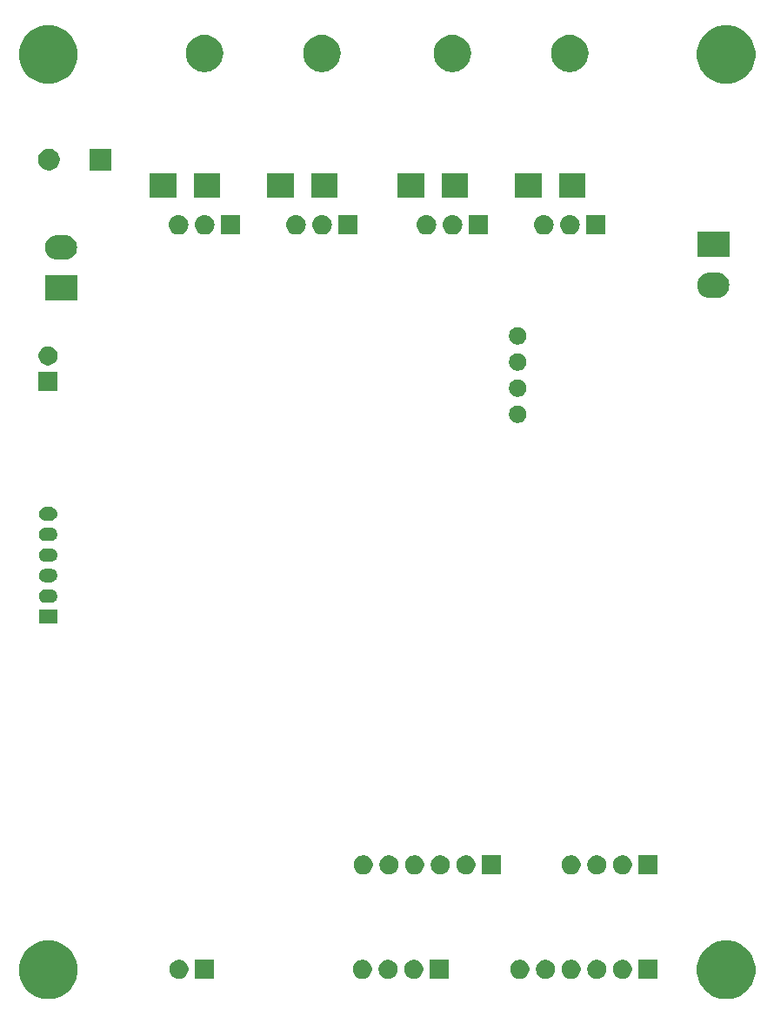
<source format=gbs>
G04 #@! TF.GenerationSoftware,KiCad,Pcbnew,(5.0.2)-1*
G04 #@! TF.CreationDate,2019-03-08T18:58:42+09:00*
G04 #@! TF.ProjectId,spindleMD_v2,7370696e-646c-4654-9d44-5f76322e6b69,rev?*
G04 #@! TF.SameCoordinates,Original*
G04 #@! TF.FileFunction,Soldermask,Bot*
G04 #@! TF.FilePolarity,Negative*
%FSLAX46Y46*%
G04 Gerber Fmt 4.6, Leading zero omitted, Abs format (unit mm)*
G04 Created by KiCad (PCBNEW (5.0.2)-1) date 2019/03/08 18:58:42*
%MOMM*%
%LPD*%
G01*
G04 APERTURE LIST*
%ADD10C,0.100000*%
G04 APERTURE END LIST*
D10*
G36*
X133831606Y-141758562D02*
X134350455Y-141973476D01*
X134814259Y-142283380D01*
X134817410Y-142285486D01*
X135214514Y-142682590D01*
X135214516Y-142682593D01*
X135526524Y-143149545D01*
X135741438Y-143668394D01*
X135851000Y-144219201D01*
X135851000Y-144780799D01*
X135741438Y-145331606D01*
X135526524Y-145850455D01*
X135216620Y-146314259D01*
X135214514Y-146317410D01*
X134817410Y-146714514D01*
X134817407Y-146714516D01*
X134350455Y-147026524D01*
X133831606Y-147241438D01*
X133556202Y-147296219D01*
X133280800Y-147351000D01*
X132719200Y-147351000D01*
X132443798Y-147296219D01*
X132168394Y-147241438D01*
X131649545Y-147026524D01*
X131182593Y-146714516D01*
X131182590Y-146714514D01*
X130785486Y-146317410D01*
X130783380Y-146314259D01*
X130473476Y-145850455D01*
X130258562Y-145331606D01*
X130149000Y-144780799D01*
X130149000Y-144219201D01*
X130258562Y-143668394D01*
X130473476Y-143149545D01*
X130785484Y-142682593D01*
X130785486Y-142682590D01*
X131182590Y-142285486D01*
X131185741Y-142283380D01*
X131649545Y-141973476D01*
X132168394Y-141758562D01*
X132719200Y-141649000D01*
X133280800Y-141649000D01*
X133831606Y-141758562D01*
X133831606Y-141758562D01*
G37*
G36*
X67831606Y-141758562D02*
X68350455Y-141973476D01*
X68814259Y-142283380D01*
X68817410Y-142285486D01*
X69214514Y-142682590D01*
X69214516Y-142682593D01*
X69526524Y-143149545D01*
X69741438Y-143668394D01*
X69851000Y-144219201D01*
X69851000Y-144780799D01*
X69741438Y-145331606D01*
X69526524Y-145850455D01*
X69216620Y-146314259D01*
X69214514Y-146317410D01*
X68817410Y-146714514D01*
X68817407Y-146714516D01*
X68350455Y-147026524D01*
X67831606Y-147241438D01*
X67556202Y-147296219D01*
X67280800Y-147351000D01*
X66719200Y-147351000D01*
X66443798Y-147296219D01*
X66168394Y-147241438D01*
X65649545Y-147026524D01*
X65182593Y-146714516D01*
X65182590Y-146714514D01*
X64785486Y-146317410D01*
X64783380Y-146314259D01*
X64473476Y-145850455D01*
X64258562Y-145331606D01*
X64149000Y-144780799D01*
X64149000Y-144219201D01*
X64258562Y-143668394D01*
X64473476Y-143149545D01*
X64785484Y-142682593D01*
X64785486Y-142682590D01*
X65182590Y-142285486D01*
X65185741Y-142283380D01*
X65649545Y-141973476D01*
X66168394Y-141758562D01*
X66719200Y-141649000D01*
X67280800Y-141649000D01*
X67831606Y-141758562D01*
X67831606Y-141758562D01*
G37*
G36*
X123170104Y-143559585D02*
X123338626Y-143629389D01*
X123490291Y-143730728D01*
X123619272Y-143859709D01*
X123720611Y-144011374D01*
X123790415Y-144179896D01*
X123826000Y-144358797D01*
X123826000Y-144541203D01*
X123790415Y-144720104D01*
X123720611Y-144888626D01*
X123619272Y-145040291D01*
X123490291Y-145169272D01*
X123338626Y-145270611D01*
X123170104Y-145340415D01*
X122991203Y-145376000D01*
X122808797Y-145376000D01*
X122629896Y-145340415D01*
X122461374Y-145270611D01*
X122309709Y-145169272D01*
X122180728Y-145040291D01*
X122079389Y-144888626D01*
X122009585Y-144720104D01*
X121974000Y-144541203D01*
X121974000Y-144358797D01*
X122009585Y-144179896D01*
X122079389Y-144011374D01*
X122180728Y-143859709D01*
X122309709Y-143730728D01*
X122461374Y-143629389D01*
X122629896Y-143559585D01*
X122808797Y-143524000D01*
X122991203Y-143524000D01*
X123170104Y-143559585D01*
X123170104Y-143559585D01*
G37*
G36*
X120670104Y-143559585D02*
X120838626Y-143629389D01*
X120990291Y-143730728D01*
X121119272Y-143859709D01*
X121220611Y-144011374D01*
X121290415Y-144179896D01*
X121326000Y-144358797D01*
X121326000Y-144541203D01*
X121290415Y-144720104D01*
X121220611Y-144888626D01*
X121119272Y-145040291D01*
X120990291Y-145169272D01*
X120838626Y-145270611D01*
X120670104Y-145340415D01*
X120491203Y-145376000D01*
X120308797Y-145376000D01*
X120129896Y-145340415D01*
X119961374Y-145270611D01*
X119809709Y-145169272D01*
X119680728Y-145040291D01*
X119579389Y-144888626D01*
X119509585Y-144720104D01*
X119474000Y-144541203D01*
X119474000Y-144358797D01*
X119509585Y-144179896D01*
X119579389Y-144011374D01*
X119680728Y-143859709D01*
X119809709Y-143730728D01*
X119961374Y-143629389D01*
X120129896Y-143559585D01*
X120308797Y-143524000D01*
X120491203Y-143524000D01*
X120670104Y-143559585D01*
X120670104Y-143559585D01*
G37*
G36*
X113170104Y-143559585D02*
X113338626Y-143629389D01*
X113490291Y-143730728D01*
X113619272Y-143859709D01*
X113720611Y-144011374D01*
X113790415Y-144179896D01*
X113826000Y-144358797D01*
X113826000Y-144541203D01*
X113790415Y-144720104D01*
X113720611Y-144888626D01*
X113619272Y-145040291D01*
X113490291Y-145169272D01*
X113338626Y-145270611D01*
X113170104Y-145340415D01*
X112991203Y-145376000D01*
X112808797Y-145376000D01*
X112629896Y-145340415D01*
X112461374Y-145270611D01*
X112309709Y-145169272D01*
X112180728Y-145040291D01*
X112079389Y-144888626D01*
X112009585Y-144720104D01*
X111974000Y-144541203D01*
X111974000Y-144358797D01*
X112009585Y-144179896D01*
X112079389Y-144011374D01*
X112180728Y-143859709D01*
X112309709Y-143730728D01*
X112461374Y-143629389D01*
X112629896Y-143559585D01*
X112808797Y-143524000D01*
X112991203Y-143524000D01*
X113170104Y-143559585D01*
X113170104Y-143559585D01*
G37*
G36*
X115670104Y-143559585D02*
X115838626Y-143629389D01*
X115990291Y-143730728D01*
X116119272Y-143859709D01*
X116220611Y-144011374D01*
X116290415Y-144179896D01*
X116326000Y-144358797D01*
X116326000Y-144541203D01*
X116290415Y-144720104D01*
X116220611Y-144888626D01*
X116119272Y-145040291D01*
X115990291Y-145169272D01*
X115838626Y-145270611D01*
X115670104Y-145340415D01*
X115491203Y-145376000D01*
X115308797Y-145376000D01*
X115129896Y-145340415D01*
X114961374Y-145270611D01*
X114809709Y-145169272D01*
X114680728Y-145040291D01*
X114579389Y-144888626D01*
X114509585Y-144720104D01*
X114474000Y-144541203D01*
X114474000Y-144358797D01*
X114509585Y-144179896D01*
X114579389Y-144011374D01*
X114680728Y-143859709D01*
X114809709Y-143730728D01*
X114961374Y-143629389D01*
X115129896Y-143559585D01*
X115308797Y-143524000D01*
X115491203Y-143524000D01*
X115670104Y-143559585D01*
X115670104Y-143559585D01*
G37*
G36*
X118170104Y-143559585D02*
X118338626Y-143629389D01*
X118490291Y-143730728D01*
X118619272Y-143859709D01*
X118720611Y-144011374D01*
X118790415Y-144179896D01*
X118826000Y-144358797D01*
X118826000Y-144541203D01*
X118790415Y-144720104D01*
X118720611Y-144888626D01*
X118619272Y-145040291D01*
X118490291Y-145169272D01*
X118338626Y-145270611D01*
X118170104Y-145340415D01*
X117991203Y-145376000D01*
X117808797Y-145376000D01*
X117629896Y-145340415D01*
X117461374Y-145270611D01*
X117309709Y-145169272D01*
X117180728Y-145040291D01*
X117079389Y-144888626D01*
X117009585Y-144720104D01*
X116974000Y-144541203D01*
X116974000Y-144358797D01*
X117009585Y-144179896D01*
X117079389Y-144011374D01*
X117180728Y-143859709D01*
X117309709Y-143730728D01*
X117461374Y-143629389D01*
X117629896Y-143559585D01*
X117808797Y-143524000D01*
X117991203Y-143524000D01*
X118170104Y-143559585D01*
X118170104Y-143559585D01*
G37*
G36*
X106006000Y-145376000D02*
X104154000Y-145376000D01*
X104154000Y-143524000D01*
X106006000Y-143524000D01*
X106006000Y-145376000D01*
X106006000Y-145376000D01*
G37*
G36*
X102850104Y-143559585D02*
X103018626Y-143629389D01*
X103170291Y-143730728D01*
X103299272Y-143859709D01*
X103400611Y-144011374D01*
X103470415Y-144179896D01*
X103506000Y-144358797D01*
X103506000Y-144541203D01*
X103470415Y-144720104D01*
X103400611Y-144888626D01*
X103299272Y-145040291D01*
X103170291Y-145169272D01*
X103018626Y-145270611D01*
X102850104Y-145340415D01*
X102671203Y-145376000D01*
X102488797Y-145376000D01*
X102309896Y-145340415D01*
X102141374Y-145270611D01*
X101989709Y-145169272D01*
X101860728Y-145040291D01*
X101759389Y-144888626D01*
X101689585Y-144720104D01*
X101654000Y-144541203D01*
X101654000Y-144358797D01*
X101689585Y-144179896D01*
X101759389Y-144011374D01*
X101860728Y-143859709D01*
X101989709Y-143730728D01*
X102141374Y-143629389D01*
X102309896Y-143559585D01*
X102488797Y-143524000D01*
X102671203Y-143524000D01*
X102850104Y-143559585D01*
X102850104Y-143559585D01*
G37*
G36*
X100350104Y-143559585D02*
X100518626Y-143629389D01*
X100670291Y-143730728D01*
X100799272Y-143859709D01*
X100900611Y-144011374D01*
X100970415Y-144179896D01*
X101006000Y-144358797D01*
X101006000Y-144541203D01*
X100970415Y-144720104D01*
X100900611Y-144888626D01*
X100799272Y-145040291D01*
X100670291Y-145169272D01*
X100518626Y-145270611D01*
X100350104Y-145340415D01*
X100171203Y-145376000D01*
X99988797Y-145376000D01*
X99809896Y-145340415D01*
X99641374Y-145270611D01*
X99489709Y-145169272D01*
X99360728Y-145040291D01*
X99259389Y-144888626D01*
X99189585Y-144720104D01*
X99154000Y-144541203D01*
X99154000Y-144358797D01*
X99189585Y-144179896D01*
X99259389Y-144011374D01*
X99360728Y-143859709D01*
X99489709Y-143730728D01*
X99641374Y-143629389D01*
X99809896Y-143559585D01*
X99988797Y-143524000D01*
X100171203Y-143524000D01*
X100350104Y-143559585D01*
X100350104Y-143559585D01*
G37*
G36*
X97850104Y-143559585D02*
X98018626Y-143629389D01*
X98170291Y-143730728D01*
X98299272Y-143859709D01*
X98400611Y-144011374D01*
X98470415Y-144179896D01*
X98506000Y-144358797D01*
X98506000Y-144541203D01*
X98470415Y-144720104D01*
X98400611Y-144888626D01*
X98299272Y-145040291D01*
X98170291Y-145169272D01*
X98018626Y-145270611D01*
X97850104Y-145340415D01*
X97671203Y-145376000D01*
X97488797Y-145376000D01*
X97309896Y-145340415D01*
X97141374Y-145270611D01*
X96989709Y-145169272D01*
X96860728Y-145040291D01*
X96759389Y-144888626D01*
X96689585Y-144720104D01*
X96654000Y-144541203D01*
X96654000Y-144358797D01*
X96689585Y-144179896D01*
X96759389Y-144011374D01*
X96860728Y-143859709D01*
X96989709Y-143730728D01*
X97141374Y-143629389D01*
X97309896Y-143559585D01*
X97488797Y-143524000D01*
X97671203Y-143524000D01*
X97850104Y-143559585D01*
X97850104Y-143559585D01*
G37*
G36*
X79990104Y-143559585D02*
X80158626Y-143629389D01*
X80310291Y-143730728D01*
X80439272Y-143859709D01*
X80540611Y-144011374D01*
X80610415Y-144179896D01*
X80646000Y-144358797D01*
X80646000Y-144541203D01*
X80610415Y-144720104D01*
X80540611Y-144888626D01*
X80439272Y-145040291D01*
X80310291Y-145169272D01*
X80158626Y-145270611D01*
X79990104Y-145340415D01*
X79811203Y-145376000D01*
X79628797Y-145376000D01*
X79449896Y-145340415D01*
X79281374Y-145270611D01*
X79129709Y-145169272D01*
X79000728Y-145040291D01*
X78899389Y-144888626D01*
X78829585Y-144720104D01*
X78794000Y-144541203D01*
X78794000Y-144358797D01*
X78829585Y-144179896D01*
X78899389Y-144011374D01*
X79000728Y-143859709D01*
X79129709Y-143730728D01*
X79281374Y-143629389D01*
X79449896Y-143559585D01*
X79628797Y-143524000D01*
X79811203Y-143524000D01*
X79990104Y-143559585D01*
X79990104Y-143559585D01*
G37*
G36*
X83146000Y-145376000D02*
X81294000Y-145376000D01*
X81294000Y-143524000D01*
X83146000Y-143524000D01*
X83146000Y-145376000D01*
X83146000Y-145376000D01*
G37*
G36*
X126326000Y-145376000D02*
X124474000Y-145376000D01*
X124474000Y-143524000D01*
X126326000Y-143524000D01*
X126326000Y-145376000D01*
X126326000Y-145376000D01*
G37*
G36*
X118170104Y-133399585D02*
X118338626Y-133469389D01*
X118490291Y-133570728D01*
X118619272Y-133699709D01*
X118720611Y-133851374D01*
X118790415Y-134019896D01*
X118826000Y-134198797D01*
X118826000Y-134381203D01*
X118790415Y-134560104D01*
X118720611Y-134728626D01*
X118619272Y-134880291D01*
X118490291Y-135009272D01*
X118338626Y-135110611D01*
X118170104Y-135180415D01*
X117991203Y-135216000D01*
X117808797Y-135216000D01*
X117629896Y-135180415D01*
X117461374Y-135110611D01*
X117309709Y-135009272D01*
X117180728Y-134880291D01*
X117079389Y-134728626D01*
X117009585Y-134560104D01*
X116974000Y-134381203D01*
X116974000Y-134198797D01*
X117009585Y-134019896D01*
X117079389Y-133851374D01*
X117180728Y-133699709D01*
X117309709Y-133570728D01*
X117461374Y-133469389D01*
X117629896Y-133399585D01*
X117808797Y-133364000D01*
X117991203Y-133364000D01*
X118170104Y-133399585D01*
X118170104Y-133399585D01*
G37*
G36*
X97930104Y-133399585D02*
X98098626Y-133469389D01*
X98250291Y-133570728D01*
X98379272Y-133699709D01*
X98480611Y-133851374D01*
X98550415Y-134019896D01*
X98586000Y-134198797D01*
X98586000Y-134381203D01*
X98550415Y-134560104D01*
X98480611Y-134728626D01*
X98379272Y-134880291D01*
X98250291Y-135009272D01*
X98098626Y-135110611D01*
X97930104Y-135180415D01*
X97751203Y-135216000D01*
X97568797Y-135216000D01*
X97389896Y-135180415D01*
X97221374Y-135110611D01*
X97069709Y-135009272D01*
X96940728Y-134880291D01*
X96839389Y-134728626D01*
X96769585Y-134560104D01*
X96734000Y-134381203D01*
X96734000Y-134198797D01*
X96769585Y-134019896D01*
X96839389Y-133851374D01*
X96940728Y-133699709D01*
X97069709Y-133570728D01*
X97221374Y-133469389D01*
X97389896Y-133399585D01*
X97568797Y-133364000D01*
X97751203Y-133364000D01*
X97930104Y-133399585D01*
X97930104Y-133399585D01*
G37*
G36*
X100430104Y-133399585D02*
X100598626Y-133469389D01*
X100750291Y-133570728D01*
X100879272Y-133699709D01*
X100980611Y-133851374D01*
X101050415Y-134019896D01*
X101086000Y-134198797D01*
X101086000Y-134381203D01*
X101050415Y-134560104D01*
X100980611Y-134728626D01*
X100879272Y-134880291D01*
X100750291Y-135009272D01*
X100598626Y-135110611D01*
X100430104Y-135180415D01*
X100251203Y-135216000D01*
X100068797Y-135216000D01*
X99889896Y-135180415D01*
X99721374Y-135110611D01*
X99569709Y-135009272D01*
X99440728Y-134880291D01*
X99339389Y-134728626D01*
X99269585Y-134560104D01*
X99234000Y-134381203D01*
X99234000Y-134198797D01*
X99269585Y-134019896D01*
X99339389Y-133851374D01*
X99440728Y-133699709D01*
X99569709Y-133570728D01*
X99721374Y-133469389D01*
X99889896Y-133399585D01*
X100068797Y-133364000D01*
X100251203Y-133364000D01*
X100430104Y-133399585D01*
X100430104Y-133399585D01*
G37*
G36*
X102930104Y-133399585D02*
X103098626Y-133469389D01*
X103250291Y-133570728D01*
X103379272Y-133699709D01*
X103480611Y-133851374D01*
X103550415Y-134019896D01*
X103586000Y-134198797D01*
X103586000Y-134381203D01*
X103550415Y-134560104D01*
X103480611Y-134728626D01*
X103379272Y-134880291D01*
X103250291Y-135009272D01*
X103098626Y-135110611D01*
X102930104Y-135180415D01*
X102751203Y-135216000D01*
X102568797Y-135216000D01*
X102389896Y-135180415D01*
X102221374Y-135110611D01*
X102069709Y-135009272D01*
X101940728Y-134880291D01*
X101839389Y-134728626D01*
X101769585Y-134560104D01*
X101734000Y-134381203D01*
X101734000Y-134198797D01*
X101769585Y-134019896D01*
X101839389Y-133851374D01*
X101940728Y-133699709D01*
X102069709Y-133570728D01*
X102221374Y-133469389D01*
X102389896Y-133399585D01*
X102568797Y-133364000D01*
X102751203Y-133364000D01*
X102930104Y-133399585D01*
X102930104Y-133399585D01*
G37*
G36*
X107930104Y-133399585D02*
X108098626Y-133469389D01*
X108250291Y-133570728D01*
X108379272Y-133699709D01*
X108480611Y-133851374D01*
X108550415Y-134019896D01*
X108586000Y-134198797D01*
X108586000Y-134381203D01*
X108550415Y-134560104D01*
X108480611Y-134728626D01*
X108379272Y-134880291D01*
X108250291Y-135009272D01*
X108098626Y-135110611D01*
X107930104Y-135180415D01*
X107751203Y-135216000D01*
X107568797Y-135216000D01*
X107389896Y-135180415D01*
X107221374Y-135110611D01*
X107069709Y-135009272D01*
X106940728Y-134880291D01*
X106839389Y-134728626D01*
X106769585Y-134560104D01*
X106734000Y-134381203D01*
X106734000Y-134198797D01*
X106769585Y-134019896D01*
X106839389Y-133851374D01*
X106940728Y-133699709D01*
X107069709Y-133570728D01*
X107221374Y-133469389D01*
X107389896Y-133399585D01*
X107568797Y-133364000D01*
X107751203Y-133364000D01*
X107930104Y-133399585D01*
X107930104Y-133399585D01*
G37*
G36*
X111086000Y-135216000D02*
X109234000Y-135216000D01*
X109234000Y-133364000D01*
X111086000Y-133364000D01*
X111086000Y-135216000D01*
X111086000Y-135216000D01*
G37*
G36*
X120670104Y-133399585D02*
X120838626Y-133469389D01*
X120990291Y-133570728D01*
X121119272Y-133699709D01*
X121220611Y-133851374D01*
X121290415Y-134019896D01*
X121326000Y-134198797D01*
X121326000Y-134381203D01*
X121290415Y-134560104D01*
X121220611Y-134728626D01*
X121119272Y-134880291D01*
X120990291Y-135009272D01*
X120838626Y-135110611D01*
X120670104Y-135180415D01*
X120491203Y-135216000D01*
X120308797Y-135216000D01*
X120129896Y-135180415D01*
X119961374Y-135110611D01*
X119809709Y-135009272D01*
X119680728Y-134880291D01*
X119579389Y-134728626D01*
X119509585Y-134560104D01*
X119474000Y-134381203D01*
X119474000Y-134198797D01*
X119509585Y-134019896D01*
X119579389Y-133851374D01*
X119680728Y-133699709D01*
X119809709Y-133570728D01*
X119961374Y-133469389D01*
X120129896Y-133399585D01*
X120308797Y-133364000D01*
X120491203Y-133364000D01*
X120670104Y-133399585D01*
X120670104Y-133399585D01*
G37*
G36*
X123170104Y-133399585D02*
X123338626Y-133469389D01*
X123490291Y-133570728D01*
X123619272Y-133699709D01*
X123720611Y-133851374D01*
X123790415Y-134019896D01*
X123826000Y-134198797D01*
X123826000Y-134381203D01*
X123790415Y-134560104D01*
X123720611Y-134728626D01*
X123619272Y-134880291D01*
X123490291Y-135009272D01*
X123338626Y-135110611D01*
X123170104Y-135180415D01*
X122991203Y-135216000D01*
X122808797Y-135216000D01*
X122629896Y-135180415D01*
X122461374Y-135110611D01*
X122309709Y-135009272D01*
X122180728Y-134880291D01*
X122079389Y-134728626D01*
X122009585Y-134560104D01*
X121974000Y-134381203D01*
X121974000Y-134198797D01*
X122009585Y-134019896D01*
X122079389Y-133851374D01*
X122180728Y-133699709D01*
X122309709Y-133570728D01*
X122461374Y-133469389D01*
X122629896Y-133399585D01*
X122808797Y-133364000D01*
X122991203Y-133364000D01*
X123170104Y-133399585D01*
X123170104Y-133399585D01*
G37*
G36*
X126326000Y-135216000D02*
X124474000Y-135216000D01*
X124474000Y-133364000D01*
X126326000Y-133364000D01*
X126326000Y-135216000D01*
X126326000Y-135216000D01*
G37*
G36*
X105430104Y-133399585D02*
X105598626Y-133469389D01*
X105750291Y-133570728D01*
X105879272Y-133699709D01*
X105980611Y-133851374D01*
X106050415Y-134019896D01*
X106086000Y-134198797D01*
X106086000Y-134381203D01*
X106050415Y-134560104D01*
X105980611Y-134728626D01*
X105879272Y-134880291D01*
X105750291Y-135009272D01*
X105598626Y-135110611D01*
X105430104Y-135180415D01*
X105251203Y-135216000D01*
X105068797Y-135216000D01*
X104889896Y-135180415D01*
X104721374Y-135110611D01*
X104569709Y-135009272D01*
X104440728Y-134880291D01*
X104339389Y-134728626D01*
X104269585Y-134560104D01*
X104234000Y-134381203D01*
X104234000Y-134198797D01*
X104269585Y-134019896D01*
X104339389Y-133851374D01*
X104440728Y-133699709D01*
X104569709Y-133570728D01*
X104721374Y-133469389D01*
X104889896Y-133399585D01*
X105068797Y-133364000D01*
X105251203Y-133364000D01*
X105430104Y-133399585D01*
X105430104Y-133399585D01*
G37*
G36*
X67881000Y-110811000D02*
X66079000Y-110811000D01*
X66079000Y-109509000D01*
X67881000Y-109509000D01*
X67881000Y-110811000D01*
X67881000Y-110811000D01*
G37*
G36*
X67293855Y-107512140D02*
X67357618Y-107518420D01*
X67439427Y-107543237D01*
X67480333Y-107555645D01*
X67580491Y-107609181D01*
X67593426Y-107616095D01*
X67692553Y-107697447D01*
X67773905Y-107796574D01*
X67773906Y-107796576D01*
X67834355Y-107909667D01*
X67834355Y-107909668D01*
X67871580Y-108032382D01*
X67884149Y-108160000D01*
X67871580Y-108287618D01*
X67846763Y-108369427D01*
X67834355Y-108410333D01*
X67780819Y-108510491D01*
X67773905Y-108523426D01*
X67692553Y-108622553D01*
X67593426Y-108703905D01*
X67593424Y-108703906D01*
X67480333Y-108764355D01*
X67439427Y-108776763D01*
X67357618Y-108801580D01*
X67293855Y-108807860D01*
X67261974Y-108811000D01*
X66698026Y-108811000D01*
X66666145Y-108807860D01*
X66602382Y-108801580D01*
X66520573Y-108776763D01*
X66479667Y-108764355D01*
X66366576Y-108703906D01*
X66366574Y-108703905D01*
X66267447Y-108622553D01*
X66186095Y-108523426D01*
X66179181Y-108510491D01*
X66125645Y-108410333D01*
X66113237Y-108369427D01*
X66088420Y-108287618D01*
X66075851Y-108160000D01*
X66088420Y-108032382D01*
X66125645Y-107909668D01*
X66125645Y-107909667D01*
X66186094Y-107796576D01*
X66186095Y-107796574D01*
X66267447Y-107697447D01*
X66366574Y-107616095D01*
X66379509Y-107609181D01*
X66479667Y-107555645D01*
X66520573Y-107543237D01*
X66602382Y-107518420D01*
X66666145Y-107512140D01*
X66698026Y-107509000D01*
X67261974Y-107509000D01*
X67293855Y-107512140D01*
X67293855Y-107512140D01*
G37*
G36*
X67293855Y-105512140D02*
X67357618Y-105518420D01*
X67439427Y-105543237D01*
X67480333Y-105555645D01*
X67580491Y-105609181D01*
X67593426Y-105616095D01*
X67692553Y-105697447D01*
X67773905Y-105796574D01*
X67773906Y-105796576D01*
X67834355Y-105909667D01*
X67834355Y-105909668D01*
X67871580Y-106032382D01*
X67884149Y-106160000D01*
X67871580Y-106287618D01*
X67846763Y-106369427D01*
X67834355Y-106410333D01*
X67780819Y-106510491D01*
X67773905Y-106523426D01*
X67692553Y-106622553D01*
X67593426Y-106703905D01*
X67593424Y-106703906D01*
X67480333Y-106764355D01*
X67439427Y-106776763D01*
X67357618Y-106801580D01*
X67293855Y-106807860D01*
X67261974Y-106811000D01*
X66698026Y-106811000D01*
X66666145Y-106807860D01*
X66602382Y-106801580D01*
X66520573Y-106776763D01*
X66479667Y-106764355D01*
X66366576Y-106703906D01*
X66366574Y-106703905D01*
X66267447Y-106622553D01*
X66186095Y-106523426D01*
X66179181Y-106510491D01*
X66125645Y-106410333D01*
X66113237Y-106369427D01*
X66088420Y-106287618D01*
X66075851Y-106160000D01*
X66088420Y-106032382D01*
X66125645Y-105909668D01*
X66125645Y-105909667D01*
X66186094Y-105796576D01*
X66186095Y-105796574D01*
X66267447Y-105697447D01*
X66366574Y-105616095D01*
X66379509Y-105609181D01*
X66479667Y-105555645D01*
X66520573Y-105543237D01*
X66602382Y-105518420D01*
X66666145Y-105512140D01*
X66698026Y-105509000D01*
X67261974Y-105509000D01*
X67293855Y-105512140D01*
X67293855Y-105512140D01*
G37*
G36*
X67293855Y-103512140D02*
X67357618Y-103518420D01*
X67439427Y-103543237D01*
X67480333Y-103555645D01*
X67580491Y-103609181D01*
X67593426Y-103616095D01*
X67692553Y-103697447D01*
X67773905Y-103796574D01*
X67773906Y-103796576D01*
X67834355Y-103909667D01*
X67834355Y-103909668D01*
X67871580Y-104032382D01*
X67884149Y-104160000D01*
X67871580Y-104287618D01*
X67846763Y-104369427D01*
X67834355Y-104410333D01*
X67780819Y-104510491D01*
X67773905Y-104523426D01*
X67692553Y-104622553D01*
X67593426Y-104703905D01*
X67593424Y-104703906D01*
X67480333Y-104764355D01*
X67439427Y-104776763D01*
X67357618Y-104801580D01*
X67293855Y-104807860D01*
X67261974Y-104811000D01*
X66698026Y-104811000D01*
X66666145Y-104807860D01*
X66602382Y-104801580D01*
X66520573Y-104776763D01*
X66479667Y-104764355D01*
X66366576Y-104703906D01*
X66366574Y-104703905D01*
X66267447Y-104622553D01*
X66186095Y-104523426D01*
X66179181Y-104510491D01*
X66125645Y-104410333D01*
X66113237Y-104369427D01*
X66088420Y-104287618D01*
X66075851Y-104160000D01*
X66088420Y-104032382D01*
X66125645Y-103909668D01*
X66125645Y-103909667D01*
X66186094Y-103796576D01*
X66186095Y-103796574D01*
X66267447Y-103697447D01*
X66366574Y-103616095D01*
X66379509Y-103609181D01*
X66479667Y-103555645D01*
X66520573Y-103543237D01*
X66602382Y-103518420D01*
X66666145Y-103512140D01*
X66698026Y-103509000D01*
X67261974Y-103509000D01*
X67293855Y-103512140D01*
X67293855Y-103512140D01*
G37*
G36*
X67293855Y-101512140D02*
X67357618Y-101518420D01*
X67439427Y-101543237D01*
X67480333Y-101555645D01*
X67580491Y-101609181D01*
X67593426Y-101616095D01*
X67692553Y-101697447D01*
X67773905Y-101796574D01*
X67773906Y-101796576D01*
X67834355Y-101909667D01*
X67834355Y-101909668D01*
X67871580Y-102032382D01*
X67884149Y-102160000D01*
X67871580Y-102287618D01*
X67846763Y-102369427D01*
X67834355Y-102410333D01*
X67780819Y-102510491D01*
X67773905Y-102523426D01*
X67692553Y-102622553D01*
X67593426Y-102703905D01*
X67593424Y-102703906D01*
X67480333Y-102764355D01*
X67439427Y-102776763D01*
X67357618Y-102801580D01*
X67293855Y-102807860D01*
X67261974Y-102811000D01*
X66698026Y-102811000D01*
X66666145Y-102807860D01*
X66602382Y-102801580D01*
X66520573Y-102776763D01*
X66479667Y-102764355D01*
X66366576Y-102703906D01*
X66366574Y-102703905D01*
X66267447Y-102622553D01*
X66186095Y-102523426D01*
X66179181Y-102510491D01*
X66125645Y-102410333D01*
X66113237Y-102369427D01*
X66088420Y-102287618D01*
X66075851Y-102160000D01*
X66088420Y-102032382D01*
X66125645Y-101909668D01*
X66125645Y-101909667D01*
X66186094Y-101796576D01*
X66186095Y-101796574D01*
X66267447Y-101697447D01*
X66366574Y-101616095D01*
X66379509Y-101609181D01*
X66479667Y-101555645D01*
X66520573Y-101543237D01*
X66602382Y-101518420D01*
X66666145Y-101512140D01*
X66698026Y-101509000D01*
X67261974Y-101509000D01*
X67293855Y-101512140D01*
X67293855Y-101512140D01*
G37*
G36*
X67293855Y-99512140D02*
X67357618Y-99518420D01*
X67439427Y-99543237D01*
X67480333Y-99555645D01*
X67580491Y-99609181D01*
X67593426Y-99616095D01*
X67692553Y-99697447D01*
X67773905Y-99796574D01*
X67773906Y-99796576D01*
X67834355Y-99909667D01*
X67834355Y-99909668D01*
X67871580Y-100032382D01*
X67884149Y-100160000D01*
X67871580Y-100287618D01*
X67846763Y-100369427D01*
X67834355Y-100410333D01*
X67780819Y-100510491D01*
X67773905Y-100523426D01*
X67692553Y-100622553D01*
X67593426Y-100703905D01*
X67593424Y-100703906D01*
X67480333Y-100764355D01*
X67439427Y-100776763D01*
X67357618Y-100801580D01*
X67293855Y-100807860D01*
X67261974Y-100811000D01*
X66698026Y-100811000D01*
X66666145Y-100807860D01*
X66602382Y-100801580D01*
X66520573Y-100776763D01*
X66479667Y-100764355D01*
X66366576Y-100703906D01*
X66366574Y-100703905D01*
X66267447Y-100622553D01*
X66186095Y-100523426D01*
X66179181Y-100510491D01*
X66125645Y-100410333D01*
X66113237Y-100369427D01*
X66088420Y-100287618D01*
X66075851Y-100160000D01*
X66088420Y-100032382D01*
X66125645Y-99909668D01*
X66125645Y-99909667D01*
X66186094Y-99796576D01*
X66186095Y-99796574D01*
X66267447Y-99697447D01*
X66366574Y-99616095D01*
X66379509Y-99609181D01*
X66479667Y-99555645D01*
X66520573Y-99543237D01*
X66602382Y-99518420D01*
X66666145Y-99512140D01*
X66698026Y-99509000D01*
X67261974Y-99509000D01*
X67293855Y-99512140D01*
X67293855Y-99512140D01*
G37*
G36*
X112948228Y-89656703D02*
X113103100Y-89720853D01*
X113242481Y-89813985D01*
X113361015Y-89932519D01*
X113454147Y-90071900D01*
X113518297Y-90226772D01*
X113551000Y-90391184D01*
X113551000Y-90558816D01*
X113518297Y-90723228D01*
X113454147Y-90878100D01*
X113361015Y-91017481D01*
X113242481Y-91136015D01*
X113103100Y-91229147D01*
X112948228Y-91293297D01*
X112783816Y-91326000D01*
X112616184Y-91326000D01*
X112451772Y-91293297D01*
X112296900Y-91229147D01*
X112157519Y-91136015D01*
X112038985Y-91017481D01*
X111945853Y-90878100D01*
X111881703Y-90723228D01*
X111849000Y-90558816D01*
X111849000Y-90391184D01*
X111881703Y-90226772D01*
X111945853Y-90071900D01*
X112038985Y-89932519D01*
X112157519Y-89813985D01*
X112296900Y-89720853D01*
X112451772Y-89656703D01*
X112616184Y-89624000D01*
X112783816Y-89624000D01*
X112948228Y-89656703D01*
X112948228Y-89656703D01*
G37*
G36*
X112948228Y-87116703D02*
X113103100Y-87180853D01*
X113242481Y-87273985D01*
X113361015Y-87392519D01*
X113454147Y-87531900D01*
X113518297Y-87686772D01*
X113551000Y-87851184D01*
X113551000Y-88018816D01*
X113518297Y-88183228D01*
X113454147Y-88338100D01*
X113361015Y-88477481D01*
X113242481Y-88596015D01*
X113103100Y-88689147D01*
X112948228Y-88753297D01*
X112783816Y-88786000D01*
X112616184Y-88786000D01*
X112451772Y-88753297D01*
X112296900Y-88689147D01*
X112157519Y-88596015D01*
X112038985Y-88477481D01*
X111945853Y-88338100D01*
X111881703Y-88183228D01*
X111849000Y-88018816D01*
X111849000Y-87851184D01*
X111881703Y-87686772D01*
X111945853Y-87531900D01*
X112038985Y-87392519D01*
X112157519Y-87273985D01*
X112296900Y-87180853D01*
X112451772Y-87116703D01*
X112616184Y-87084000D01*
X112783816Y-87084000D01*
X112948228Y-87116703D01*
X112948228Y-87116703D01*
G37*
G36*
X67906000Y-88226000D02*
X66054000Y-88226000D01*
X66054000Y-86374000D01*
X67906000Y-86374000D01*
X67906000Y-88226000D01*
X67906000Y-88226000D01*
G37*
G36*
X112948228Y-84576703D02*
X113103100Y-84640853D01*
X113242481Y-84733985D01*
X113361015Y-84852519D01*
X113454147Y-84991900D01*
X113518297Y-85146772D01*
X113551000Y-85311184D01*
X113551000Y-85478816D01*
X113518297Y-85643228D01*
X113454147Y-85798100D01*
X113361015Y-85937481D01*
X113242481Y-86056015D01*
X113103100Y-86149147D01*
X112948228Y-86213297D01*
X112783816Y-86246000D01*
X112616184Y-86246000D01*
X112451772Y-86213297D01*
X112296900Y-86149147D01*
X112157519Y-86056015D01*
X112038985Y-85937481D01*
X111945853Y-85798100D01*
X111881703Y-85643228D01*
X111849000Y-85478816D01*
X111849000Y-85311184D01*
X111881703Y-85146772D01*
X111945853Y-84991900D01*
X112038985Y-84852519D01*
X112157519Y-84733985D01*
X112296900Y-84640853D01*
X112451772Y-84576703D01*
X112616184Y-84544000D01*
X112783816Y-84544000D01*
X112948228Y-84576703D01*
X112948228Y-84576703D01*
G37*
G36*
X67250104Y-83909585D02*
X67418626Y-83979389D01*
X67570291Y-84080728D01*
X67699272Y-84209709D01*
X67800611Y-84361374D01*
X67870415Y-84529896D01*
X67906000Y-84708797D01*
X67906000Y-84891203D01*
X67870415Y-85070104D01*
X67800611Y-85238626D01*
X67699272Y-85390291D01*
X67570291Y-85519272D01*
X67418626Y-85620611D01*
X67250104Y-85690415D01*
X67071203Y-85726000D01*
X66888797Y-85726000D01*
X66709896Y-85690415D01*
X66541374Y-85620611D01*
X66389709Y-85519272D01*
X66260728Y-85390291D01*
X66159389Y-85238626D01*
X66089585Y-85070104D01*
X66054000Y-84891203D01*
X66054000Y-84708797D01*
X66089585Y-84529896D01*
X66159389Y-84361374D01*
X66260728Y-84209709D01*
X66389709Y-84080728D01*
X66541374Y-83979389D01*
X66709896Y-83909585D01*
X66888797Y-83874000D01*
X67071203Y-83874000D01*
X67250104Y-83909585D01*
X67250104Y-83909585D01*
G37*
G36*
X112948228Y-82036703D02*
X113103100Y-82100853D01*
X113242481Y-82193985D01*
X113361015Y-82312519D01*
X113454147Y-82451900D01*
X113518297Y-82606772D01*
X113551000Y-82771184D01*
X113551000Y-82938816D01*
X113518297Y-83103228D01*
X113454147Y-83258100D01*
X113361015Y-83397481D01*
X113242481Y-83516015D01*
X113103100Y-83609147D01*
X112948228Y-83673297D01*
X112783816Y-83706000D01*
X112616184Y-83706000D01*
X112451772Y-83673297D01*
X112296900Y-83609147D01*
X112157519Y-83516015D01*
X112038985Y-83397481D01*
X111945853Y-83258100D01*
X111881703Y-83103228D01*
X111849000Y-82938816D01*
X111849000Y-82771184D01*
X111881703Y-82606772D01*
X111945853Y-82451900D01*
X112038985Y-82312519D01*
X112157519Y-82193985D01*
X112296900Y-82100853D01*
X112451772Y-82036703D01*
X112616184Y-82004000D01*
X112783816Y-82004000D01*
X112948228Y-82036703D01*
X112948228Y-82036703D01*
G37*
G36*
X69801000Y-79436000D02*
X66699000Y-79436000D01*
X66699000Y-76984000D01*
X69801000Y-76984000D01*
X69801000Y-79436000D01*
X69801000Y-79436000D01*
G37*
G36*
X132315338Y-76716739D02*
X132546440Y-76786843D01*
X132759425Y-76900686D01*
X132946107Y-77053893D01*
X133099314Y-77240575D01*
X133213157Y-77453560D01*
X133283261Y-77684662D01*
X133306932Y-77925000D01*
X133283261Y-78165338D01*
X133213157Y-78396440D01*
X133099314Y-78609425D01*
X132946107Y-78796107D01*
X132759425Y-78949314D01*
X132546440Y-79063157D01*
X132315338Y-79133261D01*
X132135229Y-79151000D01*
X131364771Y-79151000D01*
X131184662Y-79133261D01*
X130953560Y-79063157D01*
X130740575Y-78949314D01*
X130553893Y-78796107D01*
X130400686Y-78609425D01*
X130286843Y-78396440D01*
X130216739Y-78165338D01*
X130193068Y-77925000D01*
X130216739Y-77684662D01*
X130286843Y-77453560D01*
X130400686Y-77240575D01*
X130553893Y-77053893D01*
X130740575Y-76900686D01*
X130953560Y-76786843D01*
X131184662Y-76716739D01*
X131364771Y-76699000D01*
X132135229Y-76699000D01*
X132315338Y-76716739D01*
X132315338Y-76716739D01*
G37*
G36*
X68815338Y-73041739D02*
X69046440Y-73111843D01*
X69259425Y-73225686D01*
X69446107Y-73378893D01*
X69599314Y-73565575D01*
X69713157Y-73778560D01*
X69783261Y-74009662D01*
X69806932Y-74250000D01*
X69783261Y-74490338D01*
X69713157Y-74721440D01*
X69599314Y-74934425D01*
X69446107Y-75121107D01*
X69259425Y-75274314D01*
X69046440Y-75388157D01*
X68815338Y-75458261D01*
X68635229Y-75476000D01*
X67864771Y-75476000D01*
X67684662Y-75458261D01*
X67453560Y-75388157D01*
X67240575Y-75274314D01*
X67053893Y-75121107D01*
X66900686Y-74934425D01*
X66786843Y-74721440D01*
X66716739Y-74490338D01*
X66693068Y-74250000D01*
X66716739Y-74009662D01*
X66786843Y-73778560D01*
X66900686Y-73565575D01*
X67053893Y-73378893D01*
X67240575Y-73225686D01*
X67453560Y-73111843D01*
X67684662Y-73041739D01*
X67864771Y-73024000D01*
X68635229Y-73024000D01*
X68815338Y-73041739D01*
X68815338Y-73041739D01*
G37*
G36*
X133301000Y-75191000D02*
X130199000Y-75191000D01*
X130199000Y-72739000D01*
X133301000Y-72739000D01*
X133301000Y-75191000D01*
X133301000Y-75191000D01*
G37*
G36*
X103996425Y-71122760D02*
X103996428Y-71122761D01*
X103996429Y-71122761D01*
X104175693Y-71177140D01*
X104175695Y-71177141D01*
X104340905Y-71265448D01*
X104485712Y-71384288D01*
X104604552Y-71529095D01*
X104692859Y-71694305D01*
X104747240Y-71873575D01*
X104765601Y-72060000D01*
X104747240Y-72246425D01*
X104692859Y-72425695D01*
X104604552Y-72590905D01*
X104485712Y-72735712D01*
X104340905Y-72854552D01*
X104340903Y-72854553D01*
X104175693Y-72942860D01*
X103996429Y-72997239D01*
X103996428Y-72997239D01*
X103996425Y-72997240D01*
X103856718Y-73011000D01*
X103763282Y-73011000D01*
X103623575Y-72997240D01*
X103623572Y-72997239D01*
X103623571Y-72997239D01*
X103444307Y-72942860D01*
X103279097Y-72854553D01*
X103279095Y-72854552D01*
X103134288Y-72735712D01*
X103015448Y-72590905D01*
X102927141Y-72425695D01*
X102872760Y-72246425D01*
X102854399Y-72060000D01*
X102872760Y-71873575D01*
X102927141Y-71694305D01*
X103015448Y-71529095D01*
X103134288Y-71384288D01*
X103279095Y-71265448D01*
X103444305Y-71177141D01*
X103444307Y-71177140D01*
X103623571Y-71122761D01*
X103623572Y-71122761D01*
X103623575Y-71122760D01*
X103763282Y-71109000D01*
X103856718Y-71109000D01*
X103996425Y-71122760D01*
X103996425Y-71122760D01*
G37*
G36*
X115426425Y-71122760D02*
X115426428Y-71122761D01*
X115426429Y-71122761D01*
X115605693Y-71177140D01*
X115605695Y-71177141D01*
X115770905Y-71265448D01*
X115915712Y-71384288D01*
X116034552Y-71529095D01*
X116122859Y-71694305D01*
X116177240Y-71873575D01*
X116195601Y-72060000D01*
X116177240Y-72246425D01*
X116122859Y-72425695D01*
X116034552Y-72590905D01*
X115915712Y-72735712D01*
X115770905Y-72854552D01*
X115770903Y-72854553D01*
X115605693Y-72942860D01*
X115426429Y-72997239D01*
X115426428Y-72997239D01*
X115426425Y-72997240D01*
X115286718Y-73011000D01*
X115193282Y-73011000D01*
X115053575Y-72997240D01*
X115053572Y-72997239D01*
X115053571Y-72997239D01*
X114874307Y-72942860D01*
X114709097Y-72854553D01*
X114709095Y-72854552D01*
X114564288Y-72735712D01*
X114445448Y-72590905D01*
X114357141Y-72425695D01*
X114302760Y-72246425D01*
X114284399Y-72060000D01*
X114302760Y-71873575D01*
X114357141Y-71694305D01*
X114445448Y-71529095D01*
X114564288Y-71384288D01*
X114709095Y-71265448D01*
X114874305Y-71177141D01*
X114874307Y-71177140D01*
X115053571Y-71122761D01*
X115053572Y-71122761D01*
X115053575Y-71122760D01*
X115193282Y-71109000D01*
X115286718Y-71109000D01*
X115426425Y-71122760D01*
X115426425Y-71122760D01*
G37*
G36*
X117966425Y-71122760D02*
X117966428Y-71122761D01*
X117966429Y-71122761D01*
X118145693Y-71177140D01*
X118145695Y-71177141D01*
X118310905Y-71265448D01*
X118455712Y-71384288D01*
X118574552Y-71529095D01*
X118662859Y-71694305D01*
X118717240Y-71873575D01*
X118735601Y-72060000D01*
X118717240Y-72246425D01*
X118662859Y-72425695D01*
X118574552Y-72590905D01*
X118455712Y-72735712D01*
X118310905Y-72854552D01*
X118310903Y-72854553D01*
X118145693Y-72942860D01*
X117966429Y-72997239D01*
X117966428Y-72997239D01*
X117966425Y-72997240D01*
X117826718Y-73011000D01*
X117733282Y-73011000D01*
X117593575Y-72997240D01*
X117593572Y-72997239D01*
X117593571Y-72997239D01*
X117414307Y-72942860D01*
X117249097Y-72854553D01*
X117249095Y-72854552D01*
X117104288Y-72735712D01*
X116985448Y-72590905D01*
X116897141Y-72425695D01*
X116842760Y-72246425D01*
X116824399Y-72060000D01*
X116842760Y-71873575D01*
X116897141Y-71694305D01*
X116985448Y-71529095D01*
X117104288Y-71384288D01*
X117249095Y-71265448D01*
X117414305Y-71177141D01*
X117414307Y-71177140D01*
X117593571Y-71122761D01*
X117593572Y-71122761D01*
X117593575Y-71122760D01*
X117733282Y-71109000D01*
X117826718Y-71109000D01*
X117966425Y-71122760D01*
X117966425Y-71122760D01*
G37*
G36*
X121271000Y-73011000D02*
X119369000Y-73011000D01*
X119369000Y-71109000D01*
X121271000Y-71109000D01*
X121271000Y-73011000D01*
X121271000Y-73011000D01*
G37*
G36*
X106536425Y-71122760D02*
X106536428Y-71122761D01*
X106536429Y-71122761D01*
X106715693Y-71177140D01*
X106715695Y-71177141D01*
X106880905Y-71265448D01*
X107025712Y-71384288D01*
X107144552Y-71529095D01*
X107232859Y-71694305D01*
X107287240Y-71873575D01*
X107305601Y-72060000D01*
X107287240Y-72246425D01*
X107232859Y-72425695D01*
X107144552Y-72590905D01*
X107025712Y-72735712D01*
X106880905Y-72854552D01*
X106880903Y-72854553D01*
X106715693Y-72942860D01*
X106536429Y-72997239D01*
X106536428Y-72997239D01*
X106536425Y-72997240D01*
X106396718Y-73011000D01*
X106303282Y-73011000D01*
X106163575Y-72997240D01*
X106163572Y-72997239D01*
X106163571Y-72997239D01*
X105984307Y-72942860D01*
X105819097Y-72854553D01*
X105819095Y-72854552D01*
X105674288Y-72735712D01*
X105555448Y-72590905D01*
X105467141Y-72425695D01*
X105412760Y-72246425D01*
X105394399Y-72060000D01*
X105412760Y-71873575D01*
X105467141Y-71694305D01*
X105555448Y-71529095D01*
X105674288Y-71384288D01*
X105819095Y-71265448D01*
X105984305Y-71177141D01*
X105984307Y-71177140D01*
X106163571Y-71122761D01*
X106163572Y-71122761D01*
X106163575Y-71122760D01*
X106303282Y-71109000D01*
X106396718Y-71109000D01*
X106536425Y-71122760D01*
X106536425Y-71122760D01*
G37*
G36*
X109841000Y-73011000D02*
X107939000Y-73011000D01*
X107939000Y-71109000D01*
X109841000Y-71109000D01*
X109841000Y-73011000D01*
X109841000Y-73011000D01*
G37*
G36*
X97141000Y-73011000D02*
X95239000Y-73011000D01*
X95239000Y-71109000D01*
X97141000Y-71109000D01*
X97141000Y-73011000D01*
X97141000Y-73011000D01*
G37*
G36*
X82406425Y-71122760D02*
X82406428Y-71122761D01*
X82406429Y-71122761D01*
X82585693Y-71177140D01*
X82585695Y-71177141D01*
X82750905Y-71265448D01*
X82895712Y-71384288D01*
X83014552Y-71529095D01*
X83102859Y-71694305D01*
X83157240Y-71873575D01*
X83175601Y-72060000D01*
X83157240Y-72246425D01*
X83102859Y-72425695D01*
X83014552Y-72590905D01*
X82895712Y-72735712D01*
X82750905Y-72854552D01*
X82750903Y-72854553D01*
X82585693Y-72942860D01*
X82406429Y-72997239D01*
X82406428Y-72997239D01*
X82406425Y-72997240D01*
X82266718Y-73011000D01*
X82173282Y-73011000D01*
X82033575Y-72997240D01*
X82033572Y-72997239D01*
X82033571Y-72997239D01*
X81854307Y-72942860D01*
X81689097Y-72854553D01*
X81689095Y-72854552D01*
X81544288Y-72735712D01*
X81425448Y-72590905D01*
X81337141Y-72425695D01*
X81282760Y-72246425D01*
X81264399Y-72060000D01*
X81282760Y-71873575D01*
X81337141Y-71694305D01*
X81425448Y-71529095D01*
X81544288Y-71384288D01*
X81689095Y-71265448D01*
X81854305Y-71177141D01*
X81854307Y-71177140D01*
X82033571Y-71122761D01*
X82033572Y-71122761D01*
X82033575Y-71122760D01*
X82173282Y-71109000D01*
X82266718Y-71109000D01*
X82406425Y-71122760D01*
X82406425Y-71122760D01*
G37*
G36*
X79866425Y-71122760D02*
X79866428Y-71122761D01*
X79866429Y-71122761D01*
X80045693Y-71177140D01*
X80045695Y-71177141D01*
X80210905Y-71265448D01*
X80355712Y-71384288D01*
X80474552Y-71529095D01*
X80562859Y-71694305D01*
X80617240Y-71873575D01*
X80635601Y-72060000D01*
X80617240Y-72246425D01*
X80562859Y-72425695D01*
X80474552Y-72590905D01*
X80355712Y-72735712D01*
X80210905Y-72854552D01*
X80210903Y-72854553D01*
X80045693Y-72942860D01*
X79866429Y-72997239D01*
X79866428Y-72997239D01*
X79866425Y-72997240D01*
X79726718Y-73011000D01*
X79633282Y-73011000D01*
X79493575Y-72997240D01*
X79493572Y-72997239D01*
X79493571Y-72997239D01*
X79314307Y-72942860D01*
X79149097Y-72854553D01*
X79149095Y-72854552D01*
X79004288Y-72735712D01*
X78885448Y-72590905D01*
X78797141Y-72425695D01*
X78742760Y-72246425D01*
X78724399Y-72060000D01*
X78742760Y-71873575D01*
X78797141Y-71694305D01*
X78885448Y-71529095D01*
X79004288Y-71384288D01*
X79149095Y-71265448D01*
X79314305Y-71177141D01*
X79314307Y-71177140D01*
X79493571Y-71122761D01*
X79493572Y-71122761D01*
X79493575Y-71122760D01*
X79633282Y-71109000D01*
X79726718Y-71109000D01*
X79866425Y-71122760D01*
X79866425Y-71122760D01*
G37*
G36*
X85711000Y-73011000D02*
X83809000Y-73011000D01*
X83809000Y-71109000D01*
X85711000Y-71109000D01*
X85711000Y-73011000D01*
X85711000Y-73011000D01*
G37*
G36*
X91296425Y-71122760D02*
X91296428Y-71122761D01*
X91296429Y-71122761D01*
X91475693Y-71177140D01*
X91475695Y-71177141D01*
X91640905Y-71265448D01*
X91785712Y-71384288D01*
X91904552Y-71529095D01*
X91992859Y-71694305D01*
X92047240Y-71873575D01*
X92065601Y-72060000D01*
X92047240Y-72246425D01*
X91992859Y-72425695D01*
X91904552Y-72590905D01*
X91785712Y-72735712D01*
X91640905Y-72854552D01*
X91640903Y-72854553D01*
X91475693Y-72942860D01*
X91296429Y-72997239D01*
X91296428Y-72997239D01*
X91296425Y-72997240D01*
X91156718Y-73011000D01*
X91063282Y-73011000D01*
X90923575Y-72997240D01*
X90923572Y-72997239D01*
X90923571Y-72997239D01*
X90744307Y-72942860D01*
X90579097Y-72854553D01*
X90579095Y-72854552D01*
X90434288Y-72735712D01*
X90315448Y-72590905D01*
X90227141Y-72425695D01*
X90172760Y-72246425D01*
X90154399Y-72060000D01*
X90172760Y-71873575D01*
X90227141Y-71694305D01*
X90315448Y-71529095D01*
X90434288Y-71384288D01*
X90579095Y-71265448D01*
X90744305Y-71177141D01*
X90744307Y-71177140D01*
X90923571Y-71122761D01*
X90923572Y-71122761D01*
X90923575Y-71122760D01*
X91063282Y-71109000D01*
X91156718Y-71109000D01*
X91296425Y-71122760D01*
X91296425Y-71122760D01*
G37*
G36*
X93836425Y-71122760D02*
X93836428Y-71122761D01*
X93836429Y-71122761D01*
X94015693Y-71177140D01*
X94015695Y-71177141D01*
X94180905Y-71265448D01*
X94325712Y-71384288D01*
X94444552Y-71529095D01*
X94532859Y-71694305D01*
X94587240Y-71873575D01*
X94605601Y-72060000D01*
X94587240Y-72246425D01*
X94532859Y-72425695D01*
X94444552Y-72590905D01*
X94325712Y-72735712D01*
X94180905Y-72854552D01*
X94180903Y-72854553D01*
X94015693Y-72942860D01*
X93836429Y-72997239D01*
X93836428Y-72997239D01*
X93836425Y-72997240D01*
X93696718Y-73011000D01*
X93603282Y-73011000D01*
X93463575Y-72997240D01*
X93463572Y-72997239D01*
X93463571Y-72997239D01*
X93284307Y-72942860D01*
X93119097Y-72854553D01*
X93119095Y-72854552D01*
X92974288Y-72735712D01*
X92855448Y-72590905D01*
X92767141Y-72425695D01*
X92712760Y-72246425D01*
X92694399Y-72060000D01*
X92712760Y-71873575D01*
X92767141Y-71694305D01*
X92855448Y-71529095D01*
X92974288Y-71384288D01*
X93119095Y-71265448D01*
X93284305Y-71177141D01*
X93284307Y-71177140D01*
X93463571Y-71122761D01*
X93463572Y-71122761D01*
X93463575Y-71122760D01*
X93603282Y-71109000D01*
X93696718Y-71109000D01*
X93836425Y-71122760D01*
X93836425Y-71122760D01*
G37*
G36*
X115026000Y-69451000D02*
X112424000Y-69451000D01*
X112424000Y-67049000D01*
X115026000Y-67049000D01*
X115026000Y-69451000D01*
X115026000Y-69451000D01*
G37*
G36*
X79466000Y-69451000D02*
X76864000Y-69451000D01*
X76864000Y-67049000D01*
X79466000Y-67049000D01*
X79466000Y-69451000D01*
X79466000Y-69451000D01*
G37*
G36*
X90896000Y-69451000D02*
X88294000Y-69451000D01*
X88294000Y-67049000D01*
X90896000Y-67049000D01*
X90896000Y-69451000D01*
X90896000Y-69451000D01*
G37*
G36*
X107896000Y-69451000D02*
X105294000Y-69451000D01*
X105294000Y-67049000D01*
X107896000Y-67049000D01*
X107896000Y-69451000D01*
X107896000Y-69451000D01*
G37*
G36*
X103596000Y-69451000D02*
X100994000Y-69451000D01*
X100994000Y-67049000D01*
X103596000Y-67049000D01*
X103596000Y-69451000D01*
X103596000Y-69451000D01*
G37*
G36*
X95196000Y-69451000D02*
X92594000Y-69451000D01*
X92594000Y-67049000D01*
X95196000Y-67049000D01*
X95196000Y-69451000D01*
X95196000Y-69451000D01*
G37*
G36*
X119326000Y-69451000D02*
X116724000Y-69451000D01*
X116724000Y-67049000D01*
X119326000Y-67049000D01*
X119326000Y-69451000D01*
X119326000Y-69451000D01*
G37*
G36*
X83766000Y-69451000D02*
X81164000Y-69451000D01*
X81164000Y-67049000D01*
X83766000Y-67049000D01*
X83766000Y-69451000D01*
X83766000Y-69451000D01*
G37*
G36*
X73111000Y-66761000D02*
X71009000Y-66761000D01*
X71009000Y-64659000D01*
X73111000Y-64659000D01*
X73111000Y-66761000D01*
X73111000Y-66761000D01*
G37*
G36*
X67366565Y-64699389D02*
X67557834Y-64778615D01*
X67729976Y-64893637D01*
X67876363Y-65040024D01*
X67991385Y-65212166D01*
X68070611Y-65403435D01*
X68111000Y-65606484D01*
X68111000Y-65813516D01*
X68070611Y-66016565D01*
X67991385Y-66207834D01*
X67876363Y-66379976D01*
X67729976Y-66526363D01*
X67557834Y-66641385D01*
X67366565Y-66720611D01*
X67163516Y-66761000D01*
X66956484Y-66761000D01*
X66753435Y-66720611D01*
X66562166Y-66641385D01*
X66390024Y-66526363D01*
X66243637Y-66379976D01*
X66128615Y-66207834D01*
X66049389Y-66016565D01*
X66009000Y-65813516D01*
X66009000Y-65606484D01*
X66049389Y-65403435D01*
X66128615Y-65212166D01*
X66243637Y-65040024D01*
X66390024Y-64893637D01*
X66562166Y-64778615D01*
X66753435Y-64699389D01*
X66956484Y-64659000D01*
X67163516Y-64659000D01*
X67366565Y-64699389D01*
X67366565Y-64699389D01*
G37*
G36*
X133831606Y-52758562D02*
X134350455Y-52973476D01*
X134814259Y-53283380D01*
X134817410Y-53285486D01*
X135214514Y-53682590D01*
X135214516Y-53682593D01*
X135526524Y-54149545D01*
X135741438Y-54668394D01*
X135851000Y-55219201D01*
X135851000Y-55780799D01*
X135741438Y-56331606D01*
X135526524Y-56850455D01*
X135378520Y-57071958D01*
X135214514Y-57317410D01*
X134817410Y-57714514D01*
X134817407Y-57714516D01*
X134350455Y-58026524D01*
X133831606Y-58241438D01*
X133280800Y-58351000D01*
X132719200Y-58351000D01*
X132168394Y-58241438D01*
X131649545Y-58026524D01*
X131182593Y-57714516D01*
X131182590Y-57714514D01*
X130785486Y-57317410D01*
X130621480Y-57071958D01*
X130473476Y-56850455D01*
X130258562Y-56331606D01*
X130149000Y-55780799D01*
X130149000Y-55219201D01*
X130258562Y-54668394D01*
X130473476Y-54149545D01*
X130785484Y-53682593D01*
X130785486Y-53682590D01*
X131182590Y-53285486D01*
X131185741Y-53283380D01*
X131649545Y-52973476D01*
X132168394Y-52758562D01*
X132719200Y-52649000D01*
X133280800Y-52649000D01*
X133831606Y-52758562D01*
X133831606Y-52758562D01*
G37*
G36*
X67831606Y-52758562D02*
X68350455Y-52973476D01*
X68814259Y-53283380D01*
X68817410Y-53285486D01*
X69214514Y-53682590D01*
X69214516Y-53682593D01*
X69526524Y-54149545D01*
X69741438Y-54668394D01*
X69851000Y-55219201D01*
X69851000Y-55780799D01*
X69741438Y-56331606D01*
X69526524Y-56850455D01*
X69378520Y-57071958D01*
X69214514Y-57317410D01*
X68817410Y-57714514D01*
X68817407Y-57714516D01*
X68350455Y-58026524D01*
X67831606Y-58241438D01*
X67280800Y-58351000D01*
X66719200Y-58351000D01*
X66168394Y-58241438D01*
X65649545Y-58026524D01*
X65182593Y-57714516D01*
X65182590Y-57714514D01*
X64785486Y-57317410D01*
X64621480Y-57071958D01*
X64473476Y-56850455D01*
X64258562Y-56331606D01*
X64149000Y-55780799D01*
X64149000Y-55219201D01*
X64258562Y-54668394D01*
X64473476Y-54149545D01*
X64785484Y-53682593D01*
X64785486Y-53682590D01*
X65182590Y-53285486D01*
X65185741Y-53283380D01*
X65649545Y-52973476D01*
X66168394Y-52758562D01*
X66719200Y-52649000D01*
X67280800Y-52649000D01*
X67831606Y-52758562D01*
X67831606Y-52758562D01*
G37*
G36*
X82396669Y-53607686D02*
X82573058Y-53625059D01*
X82762722Y-53682593D01*
X82912549Y-53728042D01*
X83225425Y-53895279D01*
X83499661Y-54120339D01*
X83724721Y-54394575D01*
X83891958Y-54707451D01*
X83891958Y-54707452D01*
X83994941Y-55046942D01*
X84029714Y-55400000D01*
X83994941Y-55753058D01*
X83926286Y-55979385D01*
X83891958Y-56092549D01*
X83724721Y-56405425D01*
X83499661Y-56679661D01*
X83225425Y-56904721D01*
X82912549Y-57071958D01*
X82799385Y-57106286D01*
X82573058Y-57174941D01*
X82396669Y-57192314D01*
X82308476Y-57201000D01*
X82131524Y-57201000D01*
X82043331Y-57192314D01*
X81866942Y-57174941D01*
X81640615Y-57106286D01*
X81527451Y-57071958D01*
X81214575Y-56904721D01*
X80940339Y-56679661D01*
X80715279Y-56405425D01*
X80548042Y-56092549D01*
X80513714Y-55979385D01*
X80445059Y-55753058D01*
X80410286Y-55400000D01*
X80445059Y-55046942D01*
X80548042Y-54707452D01*
X80548042Y-54707451D01*
X80715279Y-54394575D01*
X80940339Y-54120339D01*
X81214575Y-53895279D01*
X81527451Y-53728042D01*
X81677278Y-53682593D01*
X81866942Y-53625059D01*
X82043331Y-53607686D01*
X82131524Y-53599000D01*
X82308476Y-53599000D01*
X82396669Y-53607686D01*
X82396669Y-53607686D01*
G37*
G36*
X117956669Y-53607686D02*
X118133058Y-53625059D01*
X118322722Y-53682593D01*
X118472549Y-53728042D01*
X118785425Y-53895279D01*
X119059661Y-54120339D01*
X119284721Y-54394575D01*
X119451958Y-54707451D01*
X119451958Y-54707452D01*
X119554941Y-55046942D01*
X119589714Y-55400000D01*
X119554941Y-55753058D01*
X119486286Y-55979385D01*
X119451958Y-56092549D01*
X119284721Y-56405425D01*
X119059661Y-56679661D01*
X118785425Y-56904721D01*
X118472549Y-57071958D01*
X118359385Y-57106286D01*
X118133058Y-57174941D01*
X117956669Y-57192314D01*
X117868476Y-57201000D01*
X117691524Y-57201000D01*
X117603331Y-57192314D01*
X117426942Y-57174941D01*
X117200615Y-57106286D01*
X117087451Y-57071958D01*
X116774575Y-56904721D01*
X116500339Y-56679661D01*
X116275279Y-56405425D01*
X116108042Y-56092549D01*
X116073714Y-55979385D01*
X116005059Y-55753058D01*
X115970286Y-55400000D01*
X116005059Y-55046942D01*
X116108042Y-54707452D01*
X116108042Y-54707451D01*
X116275279Y-54394575D01*
X116500339Y-54120339D01*
X116774575Y-53895279D01*
X117087451Y-53728042D01*
X117237278Y-53682593D01*
X117426942Y-53625059D01*
X117603331Y-53607686D01*
X117691524Y-53599000D01*
X117868476Y-53599000D01*
X117956669Y-53607686D01*
X117956669Y-53607686D01*
G37*
G36*
X93826669Y-53607686D02*
X94003058Y-53625059D01*
X94192722Y-53682593D01*
X94342549Y-53728042D01*
X94655425Y-53895279D01*
X94929661Y-54120339D01*
X95154721Y-54394575D01*
X95321958Y-54707451D01*
X95321958Y-54707452D01*
X95424941Y-55046942D01*
X95459714Y-55400000D01*
X95424941Y-55753058D01*
X95356286Y-55979385D01*
X95321958Y-56092549D01*
X95154721Y-56405425D01*
X94929661Y-56679661D01*
X94655425Y-56904721D01*
X94342549Y-57071958D01*
X94229385Y-57106286D01*
X94003058Y-57174941D01*
X93826669Y-57192314D01*
X93738476Y-57201000D01*
X93561524Y-57201000D01*
X93473331Y-57192314D01*
X93296942Y-57174941D01*
X93070615Y-57106286D01*
X92957451Y-57071958D01*
X92644575Y-56904721D01*
X92370339Y-56679661D01*
X92145279Y-56405425D01*
X91978042Y-56092549D01*
X91943714Y-55979385D01*
X91875059Y-55753058D01*
X91840286Y-55400000D01*
X91875059Y-55046942D01*
X91978042Y-54707452D01*
X91978042Y-54707451D01*
X92145279Y-54394575D01*
X92370339Y-54120339D01*
X92644575Y-53895279D01*
X92957451Y-53728042D01*
X93107278Y-53682593D01*
X93296942Y-53625059D01*
X93473331Y-53607686D01*
X93561524Y-53599000D01*
X93738476Y-53599000D01*
X93826669Y-53607686D01*
X93826669Y-53607686D01*
G37*
G36*
X106526669Y-53607686D02*
X106703058Y-53625059D01*
X106892722Y-53682593D01*
X107042549Y-53728042D01*
X107355425Y-53895279D01*
X107629661Y-54120339D01*
X107854721Y-54394575D01*
X108021958Y-54707451D01*
X108021958Y-54707452D01*
X108124941Y-55046942D01*
X108159714Y-55400000D01*
X108124941Y-55753058D01*
X108056286Y-55979385D01*
X108021958Y-56092549D01*
X107854721Y-56405425D01*
X107629661Y-56679661D01*
X107355425Y-56904721D01*
X107042549Y-57071958D01*
X106929385Y-57106286D01*
X106703058Y-57174941D01*
X106526669Y-57192314D01*
X106438476Y-57201000D01*
X106261524Y-57201000D01*
X106173331Y-57192314D01*
X105996942Y-57174941D01*
X105770615Y-57106286D01*
X105657451Y-57071958D01*
X105344575Y-56904721D01*
X105070339Y-56679661D01*
X104845279Y-56405425D01*
X104678042Y-56092549D01*
X104643714Y-55979385D01*
X104575059Y-55753058D01*
X104540286Y-55400000D01*
X104575059Y-55046942D01*
X104678042Y-54707452D01*
X104678042Y-54707451D01*
X104845279Y-54394575D01*
X105070339Y-54120339D01*
X105344575Y-53895279D01*
X105657451Y-53728042D01*
X105807278Y-53682593D01*
X105996942Y-53625059D01*
X106173331Y-53607686D01*
X106261524Y-53599000D01*
X106438476Y-53599000D01*
X106526669Y-53607686D01*
X106526669Y-53607686D01*
G37*
M02*

</source>
